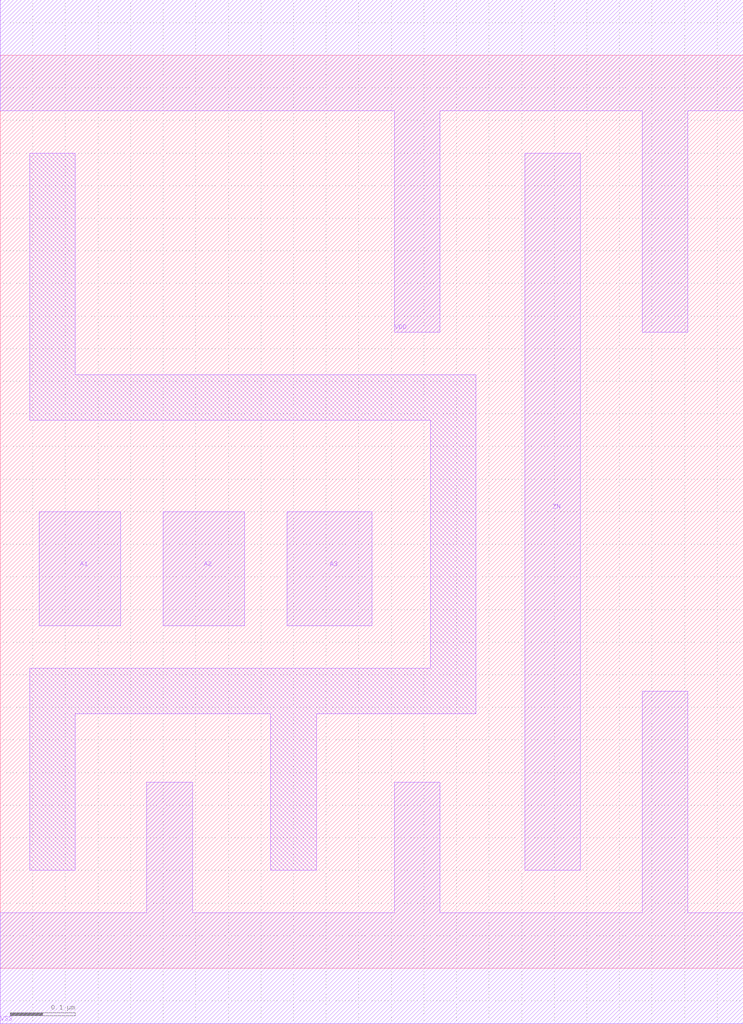
<source format=lef>
# 
# ******************************************************************************
# *                                                                            *
# *                   Copyright (C) 2004-2010, Nangate Inc.                    *
# *                           All rights reserved.                             *
# *                                                                            *
# * Nangate and the Nangate logo are trademarks of Nangate Inc.                *
# *                                                                            *
# * All trademarks, logos, software marks, and trade names (collectively the   *
# * "Marks") in this program are proprietary to Nangate or other respective    *
# * owners that have granted Nangate the right and license to use such Marks.  *
# * You are not permitted to use the Marks without the prior written consent   *
# * of Nangate or such third party that may own the Marks.                     *
# *                                                                            *
# * This file has been provided pursuant to a License Agreement containing     *
# * restrictions on its use. This file contains valuable trade secrets and     *
# * proprietary information of Nangate Inc., and is protected by U.S. and      *
# * international laws and/or treaties.                                        *
# *                                                                            *
# * The copyright notice(s) in this file does not indicate actual or intended  *
# * publication of this file.                                                  *
# *                                                                            *
# *     NGLibraryCreator, v2010.08-HR32-SP3-2010-08-05 - build 1009061800      *
# *                                                                            *
# ******************************************************************************
# 
# 
# Running on brazil06.nangate.com.br for user Giancarlo Franciscatto (gfr).
# Local time is now Fri, 3 Dec 2010, 19:32:18.
# Main process id is 27821.

VERSION 5.6 ;
BUSBITCHARS "[]" ;
DIVIDERCHAR "/" ;

MACRO OR3_X2
  CLASS core ;
  FOREIGN OR3_X2 0.0 0.0 ;
  ORIGIN 0 0 ;
  SYMMETRY X Y ;
  SITE FreePDK45_38x28_10R_NP_162NW_34O ;
  SIZE 1.14 BY 1.4 ;
  PIN A1
    DIRECTION INPUT ;
    ANTENNAPARTIALMETALAREA 0.021875 LAYER metal1 ;
    ANTENNAPARTIALMETALSIDEAREA 0.078 LAYER metal1 ;
    ANTENNAGATEAREA 0.05225 ;
    PORT
      LAYER metal1 ;
        POLYGON 0.06 0.525 0.185 0.525 0.185 0.7 0.06 0.7  ;
    END
  END A1
  PIN A2
    DIRECTION INPUT ;
    ANTENNAPARTIALMETALAREA 0.021875 LAYER metal1 ;
    ANTENNAPARTIALMETALSIDEAREA 0.078 LAYER metal1 ;
    ANTENNAGATEAREA 0.05225 ;
    PORT
      LAYER metal1 ;
        POLYGON 0.25 0.525 0.375 0.525 0.375 0.7 0.25 0.7  ;
    END
  END A2
  PIN A3
    DIRECTION INPUT ;
    ANTENNAPARTIALMETALAREA 0.02275 LAYER metal1 ;
    ANTENNAPARTIALMETALSIDEAREA 0.0793 LAYER metal1 ;
    ANTENNAGATEAREA 0.05225 ;
    PORT
      LAYER metal1 ;
        POLYGON 0.44 0.525 0.57 0.525 0.57 0.7 0.44 0.7  ;
    END
  END A3
  PIN ZN
    DIRECTION OUTPUT ;
    ANTENNAPARTIALMETALAREA 0.0935 LAYER metal1 ;
    ANTENNAPARTIALMETALSIDEAREA 0.3081 LAYER metal1 ;
    ANTENNADIFFAREA 0.1463 ;
    PORT
      LAYER metal1 ;
        POLYGON 0.805 0.15 0.89 0.15 0.89 1.25 0.805 1.25  ;
    END
  END ZN
  PIN VDD
    DIRECTION INOUT ;
    USE power ;
    SHAPE ABUTMENT ;
    PORT
      LAYER metal1 ;
        POLYGON 0 1.315 0.605 1.315 0.605 0.975 0.675 0.975 0.675 1.315 0.73 1.315 0.985 1.315 0.985 0.975 1.055 0.975 1.055 1.315 1.14 1.315 1.14 1.485 0.73 1.485 0 1.485  ;
    END
  END VDD
  PIN VSS
    DIRECTION INOUT ;
    USE ground ;
    SHAPE ABUTMENT ;
    PORT
      LAYER metal1 ;
        POLYGON 0 -0.085 1.14 -0.085 1.14 0.085 1.055 0.085 1.055 0.425 0.985 0.425 0.985 0.085 0.675 0.085 0.675 0.285 0.605 0.285 0.605 0.085 0.295 0.085 0.295 0.285 0.225 0.285 0.225 0.085 0 0.085  ;
    END
  END VSS
  OBS
      LAYER metal1 ;
        POLYGON 0.045 0.84 0.66 0.84 0.66 0.46 0.045 0.46 0.045 0.15 0.115 0.15 0.115 0.39 0.415 0.39 0.415 0.15 0.485 0.15 0.485 0.39 0.73 0.39 0.73 0.91 0.115 0.91 0.115 1.25 0.045 1.25  ;
  END
END OR3_X2

END LIBRARY
#
# End of file
#

</source>
